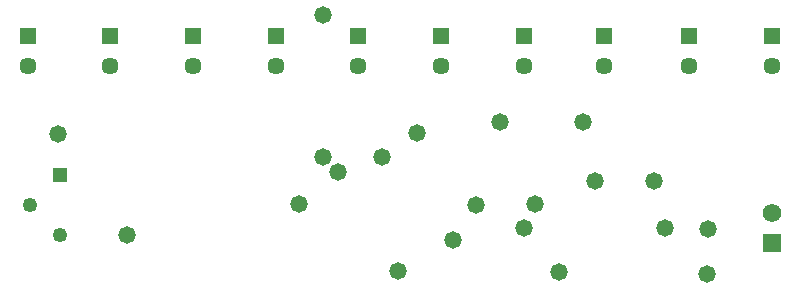
<source format=gbs>
G04*
G04 #@! TF.GenerationSoftware,Altium Limited,Altium Designer,21.3.2 (30)*
G04*
G04 Layer_Color=16711935*
%FSLAX44Y44*%
%MOMM*%
G71*
G04*
G04 #@! TF.SameCoordinates,17D3A228-CD5A-42E2-9B72-4466C132A87E*
G04*
G04*
G04 #@! TF.FilePolarity,Negative*
G04*
G01*
G75*
%ADD24C,1.2500*%
%ADD25R,1.2500X1.2500*%
%ADD26C,1.4500*%
%ADD27R,1.4500X1.4500*%
%ADD28C,1.5700*%
%ADD29R,1.5700X1.5700*%
%ADD30C,1.4732*%
D24*
X52123Y69323D02*
D03*
X77523Y43923D02*
D03*
D25*
Y94723D02*
D03*
D26*
X680000Y187300D02*
D03*
X610000D02*
D03*
X538181Y187300D02*
D03*
X470000Y187300D02*
D03*
X400000D02*
D03*
X330000D02*
D03*
X260000D02*
D03*
X190000D02*
D03*
X120000D02*
D03*
X50000D02*
D03*
D27*
X680000Y212700D02*
D03*
X610000D02*
D03*
X538181Y212700D02*
D03*
X470000Y212700D02*
D03*
X400000D02*
D03*
X330000D02*
D03*
X260000D02*
D03*
X190000D02*
D03*
X120000D02*
D03*
X50000D02*
D03*
D28*
X680000Y62700D02*
D03*
D29*
Y37300D02*
D03*
D30*
X299999Y109999D02*
D03*
X312699Y97301D02*
D03*
X430000Y69850D02*
D03*
X75742Y129250D02*
D03*
X350000Y110000D02*
D03*
X470000Y50000D02*
D03*
X626032Y49357D02*
D03*
X625274Y10684D02*
D03*
X590000Y50000D02*
D03*
X410000Y40000D02*
D03*
X480000Y70000D02*
D03*
X280000D02*
D03*
X133923Y43923D02*
D03*
X530000Y90000D02*
D03*
X363499Y13499D02*
D03*
X300000Y230000D02*
D03*
X380000Y130000D02*
D03*
X520000Y140000D02*
D03*
X450000D02*
D03*
X580000Y90000D02*
D03*
X500000Y12929D02*
D03*
M02*

</source>
